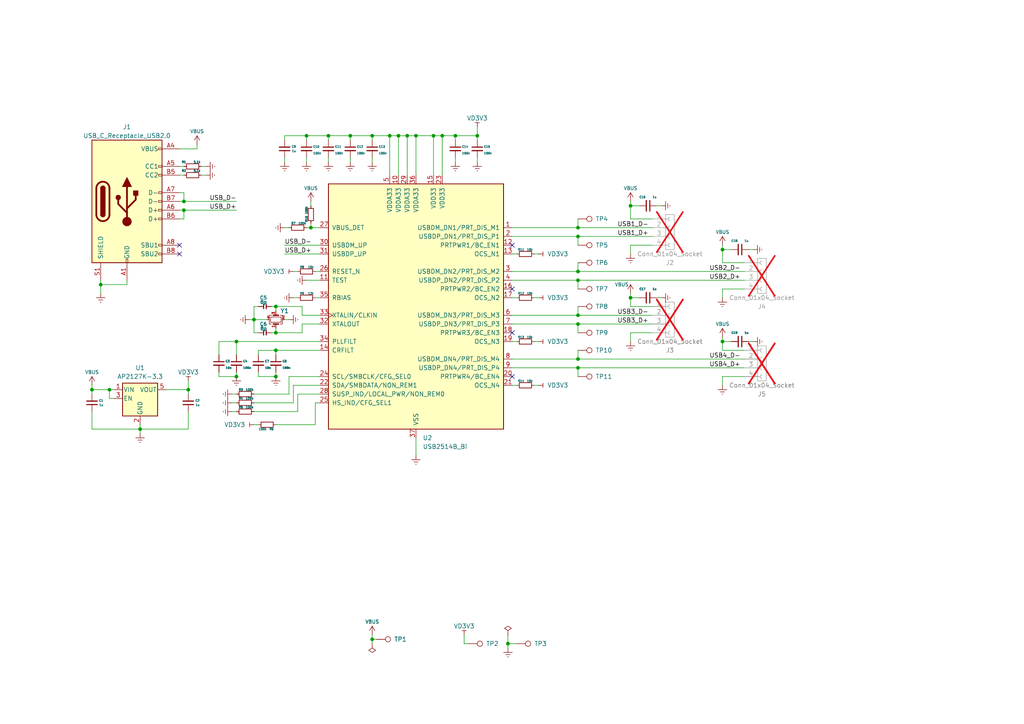
<source format=kicad_sch>
(kicad_sch (version 20230121) (generator eeschema)
  (paper "A4")
  (title_block (date "2023-06-20"))
  (lib_symbols
    (symbol "Connector:Conn_01x04_Socket" (pin_names (offset 1.016) hide)
      (property "Reference" "J4" (at 0 -10.16 0))
      (property "Value" "Conn_01x04_Socket" (at 0 -7.62 0))
      (symbol "Conn_01x04_Socket_1_1"
        (pin passive line (at -5.08 2.54 0) (length 3.81) (name "Pin_1") (number "1"))
        (pin passive line (at -5.08 0 0) (length 3.81) (name "Pin_2") (number "2"))
        (pin passive line (at -5.08 -2.54 0) (length 3.81) (name "Pin_3") (number "3"))
        (pin passive line (at -5.08 -5.08 0) (length 3.81) (name "Pin_4") (number "4"))
      )
    )
    (symbol "Connector:TestPoint" (pin_numbers hide) (pin_names (offset 0.762) hide)
      (property "Reference" "TP" (at 0 6.858 0))
      (property "Value" "TestPoint" (at 0 5.08 0))
      (symbol "TestPoint_1_1"
        (pin passive line (at 0 0 90) (length 2.54) (name "1") (number "1"))
      )
    )
    (symbol "Connector:USB_C_Receptacle_USB2.0" (pin_names (offset 1.016))
      (property "Reference" "J" (at -10.16 19.05 0))
      (property "Value" "USB_C_Receptacle_USB2.0" (at 19.05 19.05 0))
      (symbol "USB_C_Receptacle_USB2.0_1_1"
        (pin passive line (at 0 -22.86 90) (length 5.08) (name "GND") (number "A1"))
        (pin passive line (at 0 -22.86 90) (length 5.08) hide (name "GND") (number "A12"))
        (pin passive line (at 15.24 15.24 180) (length 5.08) (name "VBUS") (number "A4"))
        (pin bidirectional line (at 15.24 10.16 180) (length 5.08) (name "CC1") (number "A5"))
        (pin bidirectional line (at 15.24 -2.54 180) (length 5.08) (name "D+") (number "A6"))
        (pin bidirectional line (at 15.24 2.54 180) (length 5.08) (name "D-") (number "A7"))
        (pin bidirectional line (at 15.24 -12.7 180) (length 5.08) (name "SBU1") (number "A8"))
        (pin passive line (at 15.24 15.24 180) (length 5.08) hide (name "VBUS") (number "A9"))
        (pin passive line (at 0 -22.86 90) (length 5.08) hide (name "GND") (number "B1"))
        (pin passive line (at 0 -22.86 90) (length 5.08) hide (name "GND") (number "B12"))
        (pin passive line (at 15.24 15.24 180) (length 5.08) hide (name "VBUS") (number "B4"))
        (pin bidirectional line (at 15.24 7.62 180) (length 5.08) (name "CC2") (number "B5"))
        (pin bidirectional line (at 15.24 -5.08 180) (length 5.08) (name "D+") (number "B6"))
        (pin bidirectional line (at 15.24 0 180) (length 5.08) (name "D-") (number "B7"))
        (pin bidirectional line (at 15.24 -15.24 180) (length 5.08) (name "SBU2") (number "B8"))
        (pin passive line (at 15.24 15.24 180) (length 5.08) hide (name "VBUS") (number "B9"))
        (pin passive line (at -7.62 -22.86 90) (length 5.08) (name "SHIELD") (number "S1"))
      )
    )
    (symbol "Device:C_Small" (pin_numbers hide) (pin_names (offset 0.254) hide)
      (property "Reference" "C" (at 0.254 1.778 0))
      (property "Value" "C_Small" (at 0.254 -2.032 0))
      (symbol "C_Small_1_1"
        (pin passive line (at 0 2.54 270) (length 2.032) (name "~") (number "1"))
        (pin passive line (at 0 -2.54 90) (length 2.032) (name "~") (number "2"))
      )
    )
    (symbol "Device:Crystal_GND24_Small" (pin_names (offset 1.016) hide)
      (property "Reference" "Y" (at 1.27 4.445 0))
      (property "Value" "Crystal_GND24_Small" (at 1.27 2.54 0))
      (symbol "Crystal_GND24_Small_1_1"
        (pin passive line (at -2.54 0 0) (length 1.27) (name "1") (number "1"))
        (pin passive line (at 0 -2.54 90) (length 0.635) (name "2") (number "2"))
        (pin passive line (at 2.54 0 180) (length 1.27) (name "3") (number "3"))
        (pin passive line (at 0 2.54 270) (length 0.635) (name "4") (number "4"))
      )
    )
    (symbol "Device:R_Small" (pin_numbers hide) (pin_names (offset 0.254) hide)
      (property "Reference" "R" (at 0.762 0.508 0))
      (property "Value" "R_Small" (at 0.762 -1.016 0))
      (symbol "R_Small_1_1"
        (pin passive line (at 0 2.54 270) (length 0.762) (name "~") (number "1"))
        (pin passive line (at 0 -2.54 90) (length 0.762) (name "~") (number "2"))
      )
    )
    (symbol "Interface_USB:USB2514B_Bi" (pin_names (offset 1.016))
      (property "Reference" "U" (at -17.78 40.64 0))
      (property "Value" "USB2514B_Bi" (at -20.32 38.1 0))
      (symbol "USB2514B_Bi_1_1"
        (pin bidirectional line (at 27.94 22.86 180) (length 2.54) (name "USBDM_DN1/PRT_DIS_M1") (number "1"))
        (pin power_in line (at -5.08 38.1 270) (length 2.54) (name "VDDA33") (number "10"))
        (pin input line (at -27.94 7.62 0) (length 2.54) (name "TEST") (number "11"))
        (pin bidirectional line (at 27.94 17.78 180) (length 2.54) (name "PRTPWR1/BC_EN1") (number "12"))
        (pin input line (at 27.94 15.24 180) (length 2.54) (name "OCS_N1") (number "13"))
        (pin input line (at -27.94 -12.7 0) (length 2.54) (name "CRFILT") (number "14"))
        (pin power_in line (at 5.08 38.1 270) (length 2.54) (name "VDD33") (number "15"))
        (pin bidirectional line (at 27.94 5.08 180) (length 2.54) (name "PRTPWR2/BC_EN2") (number "16"))
        (pin input line (at 27.94 2.54 180) (length 2.54) (name "OCS_N2") (number "17"))
        (pin bidirectional line (at 27.94 -7.62 180) (length 2.54) (name "PRTPWR3/BC_EN3") (number "18"))
        (pin input line (at 27.94 -10.16 180) (length 2.54) (name "OCS_N3") (number "19"))
        (pin bidirectional line (at 27.94 20.32 180) (length 2.54) (name "USBDP_DN1/PRT_DIS_P1") (number "2"))
        (pin bidirectional line (at 27.94 -20.32 180) (length 2.54) (name "PRTPWR4/BC_EN4") (number "20"))
        (pin input line (at 27.94 -22.86 180) (length 2.54) (name "OCS_N4") (number "21"))
        (pin bidirectional line (at -27.94 -22.86 0) (length 2.54) (name "SDA/SMBDATA/NON_REM1") (number "22"))
        (pin power_in line (at 7.62 38.1 270) (length 2.54) (name "VDD33") (number "23"))
        (pin bidirectional line (at -27.94 -20.32 0) (length 2.54) (name "SCL/SMBCLK/CFG_SEL0") (number "24"))
        (pin bidirectional line (at -27.94 -27.94 0) (length 2.54) (name "HS_IND/CFG_SEL1") (number "25"))
        (pin input line (at -27.94 10.16 0) (length 2.54) (name "RESET_N") (number "26"))
        (pin input line (at -27.94 22.86 0) (length 2.54) (name "VBUS_DET") (number "27"))
        (pin bidirectional line (at -27.94 -25.4 0) (length 2.54) (name "SUSP_IND/LOCAL_PWR/NON_REM0") (number "28"))
        (pin power_in line (at -2.54 38.1 270) (length 2.54) (name "VDDA33") (number "29"))
        (pin bidirectional line (at 27.94 10.16 180) (length 2.54) (name "USBDM_DN2/PRT_DIS_M2") (number "3"))
        (pin bidirectional line (at -27.94 17.78 0) (length 2.54) (name "USBDM_UP") (number "30"))
        (pin bidirectional line (at -27.94 15.24 0) (length 2.54) (name "USBDP_UP") (number "31"))
        (pin output line (at -27.94 -5.08 0) (length 2.54) (name "XTALOUT") (number "32"))
        (pin input clock (at -27.94 -2.54 0) (length 2.54) (name "XTALIN/CLKIN") (number "33"))
        (pin input line (at -27.94 -10.16 0) (length 2.54) (name "PLLFILT") (number "34"))
        (pin input line (at -27.94 2.54 0) (length 2.54) (name "RBIAS") (number "35"))
        (pin power_in line (at 0 38.1 270) (length 2.54) (name "VDDA33") (number "36"))
        (pin power_in line (at 0 -38.1 90) (length 2.54) (name "VSS") (number "37"))
        (pin bidirectional line (at 27.94 7.62 180) (length 2.54) (name "USBDP_DN2/PRT_DIS_P2") (number "4"))
        (pin power_in line (at -7.62 38.1 270) (length 2.54) (name "VDDA33") (number "5"))
        (pin bidirectional line (at 27.94 -2.54 180) (length 2.54) (name "USBDM_DN3/PRT_DIS_M3") (number "6"))
        (pin bidirectional line (at 27.94 -5.08 180) (length 2.54) (name "USBDP_DN3/PRT_DIS_P3") (number "7"))
        (pin bidirectional line (at 27.94 -15.24 180) (length 2.54) (name "USBDM_DN4/PRT_DIS_M4") (number "8"))
        (pin bidirectional line (at 27.94 -17.78 180) (length 2.54) (name "USBDP_DN4/PRT_DIS_P4") (number "9"))
      )
    )
    (symbol "Regulator_Linear:AP2127K-3.3" (pin_names (offset 0.254))
      (property "Reference" "U" (at -5.08 5.715 0))
      (property "Value" "AP2127K-3.3" (at 0 5.715 0))
      (symbol "AP2127K-3.3_1_1"
        (pin power_in line (at -7.62 2.54 0) (length 2.54) (name "VIN") (number "1"))
        (pin power_in line (at 0 -7.62 90) (length 2.54) (name "GND") (number "2"))
        (pin input line (at -7.62 0 0) (length 2.54) (name "EN") (number "3"))
        (pin no_connect line (at 5.08 0 180) (length 2.54) hide (name "NC") (number "4"))
        (pin power_out line (at 7.62 2.54 180) (length 2.54) (name "VOUT") (number "5"))
      )
    )
    (symbol "XING_6:Cap" (pin_numbers hide) (pin_names (offset 0) hide)
      (property "Reference" "C" (at 2.54 -1.27 0))
      (property "Value" "Cap" (at 2.54 -2.54 0))
      (symbol "Cap_0_0"
        (pin passive line (at 0 0 270) (length 1.4) (name "1") (number "1"))
        (pin passive line (at 0 -3.81 90) (length 1.4) (name "2") (number "2"))
      )
    )
    (symbol "XING_6:VD3V3" (power) (pin_numbers hide) (pin_names (offset 0) hide) (in_bom no) (on_board no)
      (property "Value" "VD3V3" (at 0 1.27 0))
      (symbol "VD3V3_1_1"
        (pin power_in line (at 0 -1.27 90) (length 0) hide (name "VD3V3") (number "1"))
      )
    )
    (symbol "power:Earth" (power) (pin_names (offset 0))
      (symbol "Earth_1_1"
        (pin power_in line (at 0 0 270) (length 0) hide (name "Earth") (number "1"))
      )
    )
    (symbol "power:PWR_FLAG" (power) (pin_numbers hide) (pin_names (offset 0) hide)
      (property "Value" "PWR_FLAG" (at 0 3.81 0))
      (symbol "PWR_FLAG_0_0"
        (pin power_out line (at 0 0 90) (length 0) (name "pwr") (number "1"))
      )
    )
    (symbol "power:VBUS" (power) (pin_names (offset 0))
      (property "Value" "VBUS" (at 0 3.81 0))
      (symbol "VBUS_1_1"
        (pin power_in line (at 0 0 90) (length 0) hide (name "VBUS") (number "1"))
      )
    )
  )
  (junction (at 167.64 106.68))
  (junction (at 182.88 86.36))
  (junction (at 147.32 186.69))
  (junction (at 107.95 39.37))
  (junction (at 115.57 39.37))
  (junction (at 68.58 99.06))
  (junction (at 120.65 39.37))
  (junction (at 167.64 91.44))
  (junction (at 128.27 39.37))
  (junction (at 68.58 109.22))
  (junction (at 53.34 58.42))
  (junction (at 125.73 39.37))
  (junction (at 80.01 96.52))
  (junction (at 113.03 39.37))
  (junction (at 53.34 60.96))
  (junction (at 107.95 185.42))
  (junction (at 167.64 66.04))
  (junction (at 54.61 113.03))
  (junction (at 29.21 82.55))
  (junction (at 101.6 39.37))
  (junction (at 209.55 99.06))
  (junction (at 90.17 66.04))
  (junction (at 167.64 81.28))
  (junction (at 73.66 92.71))
  (junction (at 138.43 39.37))
  (junction (at 80.01 109.22))
  (junction (at 80.01 88.9))
  (junction (at 167.64 78.74))
  (junction (at 209.55 72.39))
  (junction (at 26.67 113.03))
  (junction (at 182.88 59.69))
  (junction (at 31.75 113.03))
  (junction (at 167.64 93.98))
  (junction (at 167.64 68.58))
  (junction (at 88.9 39.37))
  (junction (at 167.64 104.14))
  (junction (at 132.08 39.37))
  (junction (at 95.25 39.37))
  (junction (at 80.01 101.6))
  (junction (at 118.11 39.37))
  (junction (at 40.64 124.46))
  (no_connect (at 148.59 96.52))
  (no_connect (at 148.59 71.12))
  (no_connect (at 52.07 71.12))
  (no_connect (at 148.59 83.82))
  (no_connect (at 148.59 109.22))
  (no_connect (at 52.07 73.66))
  (wire (pts (xy 182.88 59.69) (xy 185.42 59.69)))
  (wire (pts (xy 167.64 68.58) (xy 189.23 68.58)))
  (wire (pts (xy 209.55 99.06) (xy 209.55 101.6)))
  (wire (pts (xy 167.64 104.14) (xy 215.9 104.14)))
  (wire (pts (xy 80.01 109.22) (xy 80.01 107.95)))
  (wire (pts (xy 167.64 106.68) (xy 215.9 106.68)))
  (wire (pts (xy 85.09 111.76) (xy 85.09 116.84)))
  (wire (pts (xy 59.69 50.8) (xy 58.42 50.8)))
  (wire (pts (xy 167.64 93.98) (xy 189.23 93.98)))
  (wire (pts (xy 36.83 81.28) (xy 36.83 82.55)))
  (wire (pts (xy 154.94 99.06) (xy 156.21 99.06)))
  (wire (pts (xy 52.07 48.26) (xy 53.34 48.26)))
  (wire (pts (xy 88.9 46.99) (xy 88.9 45.72)))
  (wire (pts (xy 138.43 36.83) (xy 138.43 39.37)))
  (wire (pts (xy 167.64 81.28) (xy 167.64 83.82)))
  (wire (pts (xy 182.88 88.9) (xy 189.23 88.9)))
  (wire (pts (xy 85.09 111.76) (xy 92.71 111.76)))
  (wire (pts (xy 147.32 184.15) (xy 147.32 186.69)))
  (wire (pts (xy 132.08 39.37) (xy 128.27 39.37)))
  (wire (pts (xy 67.31 114.3) (xy 68.58 114.3)))
  (wire (pts (xy 101.6 39.37) (xy 107.95 39.37)))
  (wire (pts (xy 82.55 39.37) (xy 82.55 40.64)))
  (wire (pts (xy 118.11 39.37) (xy 115.57 39.37)))
  (wire (pts (xy 85.09 78.74) (xy 86.36 78.74)))
  (wire (pts (xy 167.64 76.2) (xy 167.64 78.74)))
  (wire (pts (xy 167.64 88.9) (xy 167.64 91.44)))
  (wire (pts (xy 36.83 82.55) (xy 29.21 82.55)))
  (wire (pts (xy 52.07 50.8) (xy 53.34 50.8)))
  (wire (pts (xy 218.44 99.06) (xy 217.17 99.06)))
  (wire (pts (xy 209.55 109.22) (xy 215.9 109.22)))
  (wire (pts (xy 120.65 50.8) (xy 120.65 39.37)))
  (wire (pts (xy 209.55 83.82) (xy 215.9 83.82)))
  (wire (pts (xy 167.64 93.98) (xy 167.64 96.52)))
  (wire (pts (xy 68.58 99.06) (xy 68.58 102.87)))
  (wire (pts (xy 87.63 93.98) (xy 92.71 93.98)))
  (wire (pts (xy 148.59 111.76) (xy 149.86 111.76)))
  (wire (pts (xy 120.65 39.37) (xy 125.73 39.37)))
  (wire (pts (xy 134.62 186.69) (xy 135.89 186.69)))
  (wire (pts (xy 80.01 101.6) (xy 80.01 102.87)))
  (wire (pts (xy 107.95 40.64) (xy 107.95 39.37)))
  (wire (pts (xy 26.67 119.38) (xy 26.67 124.46)))
  (wire (pts (xy 31.75 113.03) (xy 31.75 115.57)))
  (wire (pts (xy 67.31 116.84) (xy 68.58 116.84)))
  (wire (pts (xy 148.59 99.06) (xy 149.86 99.06)))
  (wire (pts (xy 209.55 101.6) (xy 215.9 101.6)))
  (wire (pts (xy 148.59 66.04) (xy 167.64 66.04)))
  (wire (pts (xy 167.64 68.58) (xy 167.64 71.12)))
  (wire (pts (xy 167.64 101.6) (xy 167.64 104.14)))
  (wire (pts (xy 80.01 96.52) (xy 87.63 96.52)))
  (wire (pts (xy 74.93 88.9) (xy 73.66 88.9)))
  (wire (pts (xy 29.21 82.55) (xy 29.21 85.09)))
  (wire (pts (xy 90.17 66.04) (xy 92.71 66.04)))
  (wire (pts (xy 95.25 39.37) (xy 101.6 39.37)))
  (wire (pts (xy 182.88 59.69) (xy 182.88 63.5)))
  (wire (pts (xy 107.95 185.42) (xy 107.95 184.15)))
  (wire (pts (xy 138.43 40.64) (xy 138.43 39.37)))
  (wire (pts (xy 83.82 109.22) (xy 83.82 114.3)))
  (wire (pts (xy 57.15 41.91) (xy 57.15 43.18)))
  (wire (pts (xy 95.25 40.64) (xy 95.25 39.37)))
  (wire (pts (xy 92.71 109.22) (xy 83.82 109.22)))
  (wire (pts (xy 91.44 86.36) (xy 92.71 86.36)))
  (wire (pts (xy 74.93 123.19) (xy 73.66 123.19)))
  (wire (pts (xy 59.69 48.26) (xy 58.42 48.26)))
  (wire (pts (xy 78.74 96.52) (xy 80.01 96.52)))
  (wire (pts (xy 53.34 60.96) (xy 68.58 60.96)))
  (wire (pts (xy 209.55 99.06) (xy 212.09 99.06)))
  (wire (pts (xy 63.5 109.22) (xy 68.58 109.22)))
  (wire (pts (xy 82.55 39.37) (xy 88.9 39.37)))
  (wire (pts (xy 147.32 186.69) (xy 149.86 186.69)))
  (wire (pts (xy 40.64 124.46) (xy 40.64 125.73)))
  (wire (pts (xy 154.94 86.36) (xy 156.21 86.36)))
  (wire (pts (xy 63.5 99.06) (xy 68.58 99.06)))
  (wire (pts (xy 191.77 59.69) (xy 190.5 59.69)))
  (wire (pts (xy 48.26 113.03) (xy 54.61 113.03)))
  (wire (pts (xy 218.44 72.39) (xy 217.17 72.39)))
  (wire (pts (xy 167.64 63.5) (xy 167.64 66.04)))
  (wire (pts (xy 73.66 116.84) (xy 85.09 116.84)))
  (wire (pts (xy 53.34 63.5) (xy 53.34 60.96)))
  (wire (pts (xy 54.61 113.03) (xy 54.61 114.3)))
  (wire (pts (xy 33.02 115.57) (xy 31.75 115.57)))
  (wire (pts (xy 182.88 71.12) (xy 182.88 73.66)))
  (wire (pts (xy 52.07 58.42) (xy 53.34 58.42)))
  (wire (pts (xy 209.55 72.39) (xy 212.09 72.39)))
  (wire (pts (xy 148.59 68.58) (xy 167.64 68.58)))
  (wire (pts (xy 191.77 86.36) (xy 190.5 86.36)))
  (wire (pts (xy 148.59 104.14) (xy 167.64 104.14)))
  (wire (pts (xy 134.62 184.15) (xy 134.62 186.69)))
  (wire (pts (xy 82.55 71.12) (xy 92.71 71.12)))
  (wire (pts (xy 88.9 66.04) (xy 90.17 66.04)))
  (wire (pts (xy 26.67 111.76) (xy 26.67 113.03)))
  (wire (pts (xy 209.55 109.22) (xy 209.55 111.76)))
  (wire (pts (xy 87.63 96.52) (xy 87.63 93.98)))
  (wire (pts (xy 88.9 40.64) (xy 88.9 39.37)))
  (wire (pts (xy 53.34 55.88) (xy 53.34 58.42)))
  (wire (pts (xy 113.03 39.37) (xy 113.03 50.8)))
  (wire (pts (xy 132.08 46.99) (xy 132.08 45.72)))
  (wire (pts (xy 90.17 58.42) (xy 90.17 59.69)))
  (wire (pts (xy 31.75 113.03) (xy 33.02 113.03)))
  (wire (pts (xy 148.59 73.66) (xy 149.86 73.66)))
  (wire (pts (xy 107.95 39.37) (xy 113.03 39.37)))
  (wire (pts (xy 128.27 39.37) (xy 125.73 39.37)))
  (wire (pts (xy 128.27 50.8) (xy 128.27 39.37)))
  (wire (pts (xy 82.55 66.04) (xy 83.82 66.04)))
  (wire (pts (xy 209.55 71.12) (xy 209.55 72.39)))
  (wire (pts (xy 54.61 124.46) (xy 40.64 124.46)))
  (wire (pts (xy 167.64 81.28) (xy 215.9 81.28)))
  (wire (pts (xy 52.07 55.88) (xy 53.34 55.88)))
  (wire (pts (xy 182.88 96.52) (xy 182.88 99.06)))
  (wire (pts (xy 87.63 91.44) (xy 92.71 91.44)))
  (wire (pts (xy 91.44 78.74) (xy 92.71 78.74)))
  (wire (pts (xy 74.93 107.95) (xy 74.93 109.22)))
  (wire (pts (xy 63.5 99.06) (xy 63.5 102.87)))
  (wire (pts (xy 209.55 97.79) (xy 209.55 99.06)))
  (wire (pts (xy 92.71 116.84) (xy 91.44 116.84)))
  (wire (pts (xy 74.93 101.6) (xy 74.93 102.87)))
  (wire (pts (xy 120.65 132.08) (xy 120.65 127)))
  (wire (pts (xy 85.09 86.36) (xy 86.36 86.36)))
  (wire (pts (xy 148.59 91.44) (xy 167.64 91.44)))
  (wire (pts (xy 83.82 92.71) (xy 82.55 92.71)))
  (wire (pts (xy 74.93 101.6) (xy 80.01 101.6)))
  (wire (pts (xy 138.43 39.37) (xy 132.08 39.37)))
  (wire (pts (xy 209.55 76.2) (xy 215.9 76.2)))
  (wire (pts (xy 87.63 88.9) (xy 87.63 91.44)))
  (wire (pts (xy 115.57 50.8) (xy 115.57 39.37)))
  (wire (pts (xy 63.5 107.95) (xy 63.5 109.22)))
  (wire (pts (xy 138.43 46.99) (xy 138.43 45.72)))
  (wire (pts (xy 182.88 71.12) (xy 189.23 71.12)))
  (wire (pts (xy 80.01 95.25) (xy 80.01 96.52)))
  (wire (pts (xy 73.66 92.71) (xy 77.47 92.71)))
  (wire (pts (xy 86.36 119.38) (xy 73.66 119.38)))
  (wire (pts (xy 167.64 91.44) (xy 189.23 91.44)))
  (wire (pts (xy 74.93 109.22) (xy 80.01 109.22)))
  (wire (pts (xy 101.6 46.99) (xy 101.6 45.72)))
  (wire (pts (xy 40.64 123.19) (xy 40.64 124.46)))
  (wire (pts (xy 118.11 50.8) (xy 118.11 39.37)))
  (wire (pts (xy 209.55 83.82) (xy 209.55 86.36)))
  (wire (pts (xy 52.07 63.5) (xy 53.34 63.5)))
  (wire (pts (xy 182.88 58.42) (xy 182.88 59.69)))
  (wire (pts (xy 52.07 43.18) (xy 57.15 43.18)))
  (wire (pts (xy 125.73 50.8) (xy 125.73 39.37)))
  (wire (pts (xy 82.55 73.66) (xy 92.71 73.66)))
  (wire (pts (xy 167.64 66.04) (xy 189.23 66.04)))
  (wire (pts (xy 115.57 39.37) (xy 113.03 39.37)))
  (wire (pts (xy 154.94 111.76) (xy 156.21 111.76)))
  (wire (pts (xy 90.17 64.77) (xy 90.17 66.04)))
  (wire (pts (xy 80.01 90.17) (xy 80.01 88.9)))
  (wire (pts (xy 52.07 60.96) (xy 53.34 60.96)))
  (wire (pts (xy 72.39 92.71) (xy 73.66 92.71)))
  (wire (pts (xy 132.08 40.64) (xy 132.08 39.37)))
  (wire (pts (xy 182.88 86.36) (xy 185.42 86.36)))
  (wire (pts (xy 92.71 114.3) (xy 86.36 114.3)))
  (wire (pts (xy 182.88 86.36) (xy 182.88 88.9)))
  (wire (pts (xy 29.21 81.28) (xy 29.21 82.55)))
  (wire (pts (xy 26.67 124.46) (xy 40.64 124.46)))
  (wire (pts (xy 54.61 119.38) (xy 54.61 124.46)))
  (wire (pts (xy 53.34 58.42) (xy 68.58 58.42)))
  (wire (pts (xy 88.9 39.37) (xy 95.25 39.37)))
  (wire (pts (xy 80.01 123.19) (xy 91.44 123.19)))
  (wire (pts (xy 107.95 185.42) (xy 109.22 185.42)))
  (wire (pts (xy 73.66 92.71) (xy 73.66 96.52)))
  (wire (pts (xy 148.59 93.98) (xy 167.64 93.98)))
  (wire (pts (xy 91.44 123.19) (xy 91.44 116.84)))
  (wire (pts (xy 148.59 81.28) (xy 167.64 81.28)))
  (wire (pts (xy 147.32 187.96) (xy 147.32 186.69)))
  (wire (pts (xy 182.88 63.5) (xy 189.23 63.5)))
  (wire (pts (xy 92.71 101.6) (xy 80.01 101.6)))
  (wire (pts (xy 74.93 96.52) (xy 73.66 96.52)))
  (wire (pts (xy 167.64 78.74) (xy 215.9 78.74)))
  (wire (pts (xy 67.31 119.38) (xy 68.58 119.38)))
  (wire (pts (xy 148.59 86.36) (xy 149.86 86.36)))
  (wire (pts (xy 26.67 113.03) (xy 26.67 114.3)))
  (wire (pts (xy 73.66 114.3) (xy 83.82 114.3)))
  (wire (pts (xy 154.94 73.66) (xy 156.21 73.66)))
  (wire (pts (xy 86.36 114.3) (xy 86.36 119.38)))
  (wire (pts (xy 182.88 96.52) (xy 189.23 96.52)))
  (wire (pts (xy 78.74 88.9) (xy 80.01 88.9)))
  (wire (pts (xy 107.95 46.99) (xy 107.95 45.72)))
  (wire (pts (xy 148.59 78.74) (xy 167.64 78.74)))
  (wire (pts (xy 107.95 186.69) (xy 107.95 185.42)))
  (wire (pts (xy 209.55 72.39) (xy 209.55 76.2)))
  (wire (pts (xy 92.71 99.06) (xy 68.58 99.06)))
  (wire (pts (xy 82.55 45.72) (xy 82.55 46.99)))
  (wire (pts (xy 95.25 46.99) (xy 95.25 45.72)))
  (wire (pts (xy 120.65 39.37) (xy 118.11 39.37)))
  (wire (pts (xy 54.61 110.49) (xy 54.61 113.03)))
  (wire (pts (xy 88.9 81.28) (xy 92.71 81.28)))
  (wire (pts (xy 68.58 109.22) (xy 68.58 107.95)))
  (wire (pts (xy 26.67 113.03) (xy 31.75 113.03)))
  (wire (pts (xy 80.01 88.9) (xy 87.63 88.9)))
  (wire (pts (xy 148.59 106.68) (xy 167.64 106.68)))
  (wire (pts (xy 167.64 106.68) (xy 167.64 109.22)))
  (wire (pts (xy 101.6 40.64) (xy 101.6 39.37)))
  (wire (pts (xy 182.88 85.09) (xy 182.88 86.36)))
  (wire (pts (xy 73.66 88.9) (xy 73.66 92.71)))
  (label "USB3_D+" (at 179.07 93.98 0))
  (label "USB4_D-" (at 205.74 104.14 0))
  (label "USB1_D-" (at 179.07 66.04 0))
  (label "USB1_D+" (at 179.07 68.58 0))
  (label "USB2_D+" (at 205.74 81.28 0))
  (label "USB2_D-" (at 205.74 78.74 0))
  (label "USB_D+" (at 68.58 60.96 180))
  (label "USB_D-" (at 82.55 71.12 0))
  (label "USB_D-" (at 68.58 58.42 180))
  (label "USB_D+" (at 82.55 73.66 0))
  (label "USB3_D-" (at 179.07 91.44 0))
  (label "USB4_D+" (at 205.74 106.68 0))
  (symbol (lib_id "Connector:Conn_01x04_Socket") (at 194.31 91.44 0) (unit 1) (dnp yes)
    (property "Reference" "J3" (at 194.31 101.6 0))
    (property "Value" "Conn_01x04_Socket" (at 194.31 99.06 0))
    (property "Footprint" "0_terry:USB_snowflake" (effects hide))
    (property "PN" "Conn_01x04_Socket" (effects hide))
    (property "LCSC" "N/A" (effects hide))
    (property "Mfr" "N/A" (effects hide))
  )
  (symbol (lib_id "power:Earth") (at 67.31 114.3 270) (mirror x) (unit 1)
    (property "Reference" "#PWR08" (effects hide))
    (property "Value" "GND" (effects hide))
  )
  (symbol (lib_id "Device:R_Small") (at 71.12 119.38 90) (unit 1)
    (property "Reference" "R5" (at 69.85 118.11 90) (effects (font (size 0.6 0.6))))
    (property "Value" "100k" (at 72.39 118.11 90) (effects (font (size 0.6 0.6))))
    (property "Footprint" "Resistor_SMD:R_0603_1608Metric" (effects hide))
    (property "PN" "RC0603FR-07100KL" (effects hide))
    (property "LCSC" "C14675" (effects hide))
    (property "Mfr" "Yageo" (effects hide))
  )
  (symbol (lib_id "Device:C_Small") (at 187.96 86.36 270) (unit 1)
    (property "Reference" "C17" (at 185.42 83.82 90) (effects (font (size 0.6 0.6)) (justify left)))
    (property "Value" "1u" (at 189.23 83.82 90) (effects (font (size 0.6 0.6)) (justify left)))
    (property "Footprint" "Capacitor_SMD:C_0603_1608Metric" (effects hide))
    (property "PN" "AC0603KRX7R8BB105" (effects hide))
    (property "LCSC" "C726560" (effects hide))
    (property "V" "25v" (effects hide))
    (property "Mfr" "Yageo" (effects hide))
  )
  (symbol (lib_id "Connector:TestPoint") (at 167.64 83.82 270) (unit 1) (in_bom no)
    (property "Reference" "TP7" (at 172.72 83.82 90) (effects (justify left)))
    (property "Value" "TestPoint" (effects hide))
    (property "Footprint" "TestPoint:TestPoint_Pad_D1.0mm" (effects hide))
    (property "LCSC" "N/A" (effects hide))
    (property "Mfr" "N/A" (effects hide))
    (property "PN" "N/A" (effects hide))
  )
  (symbol (lib_id "power:Earth") (at 59.69 48.26 90) (unit 1)
    (property "Reference" "#PWR06" (effects hide))
    (property "Value" "GND" (effects hide))
  )
  (symbol (lib_id "power:Earth") (at 101.6 46.99 0) (mirror y) (unit 1)
    (property "Reference" "#PWR024" (effects hide))
    (property "Value" "GND" (effects hide))
  )
  (symbol (lib_id "Device:C_Small") (at 107.95 43.18 0) (unit 1)
    (property "Reference" "C13" (at 109.855 42.545 0) (effects (font (size 0.6 0.6)) (justify left)))
    (property "Value" "100n" (at 109.855 44.45 0) (effects (font (size 0.6 0.6)) (justify left)))
    (property "Footprint" "Capacitor_SMD:C_0603_1608Metric" (effects hide))
    (property "PN" "AC0603KRX7R9BB104" (effects hide))
    (property "LCSC" "C149620" (effects hide))
    (property "V" "50V" (effects hide))
    (property "Mfr" "Yageo" (effects hide))
  )
  (symbol (lib_id "XING_6:VD3V3") (at 157.48 86.36 270) (unit 1) (in_bom no) (on_board no)
    (property "Reference" "#PWR034" (effects hide))
    (property "Value" "VD3V3" (at 158.75 86.36 90) (effects (justify left)))
  )
  (symbol (lib_id "Connector:TestPoint") (at 149.86 186.69 270) (unit 1) (in_bom no)
    (property "Reference" "TP3" (at 154.94 186.69 90) (effects (justify left)))
    (property "Value" "TestPoint" (effects hide))
    (property "Footprint" "TestPoint:TestPoint_Pad_D1.0mm" (effects hide))
    (property "LCSC" "N/A" (effects hide))
    (property "Mfr" "N/A" (effects hide))
    (property "PN" "N/A" (effects hide))
  )
  (symbol (lib_id "power:Earth") (at 138.43 46.99 0) (mirror y) (unit 1)
    (property "Reference" "#PWR031" (effects hide))
    (property "Value" "GND" (effects hide))
  )
  (symbol (lib_id "Device:R_Small") (at 77.47 123.19 270) (unit 1)
    (property "Reference" "R6" (at 78.74 124.46 90) (effects (font (size 0.6 0.6))))
    (property "Value" "100k" (at 76.2 124.46 90) (effects (font (size 0.6 0.6))))
    (property "Footprint" "Resistor_SMD:R_0603_1608Metric" (effects hide))
    (property "PN" "RC0603FR-07100KL" (effects hide))
    (property "LCSC" "C14675" (effects hide))
    (property "Mfr" "Yageo" (effects hide))
  )
  (symbol (lib_id "Connector:Conn_01x04_Socket") (at 220.98 78.74 0) (unit 1) (dnp yes)
    (property "Reference" "J4" (at 220.98 88.9 0))
    (property "Value" "Conn_01x04_Socket" (at 220.98 86.36 0))
    (property "Footprint" "0_terry:USB_snowflake" (effects hide))
    (property "PN" "Conn_01x04_Socket" (effects hide))
    (property "LCSC" "N/A" (effects hide))
    (property "Mfr" "N/A" (effects hide))
  )
  (symbol (lib_id "power:VBUS") (at 107.95 184.15 0) (unit 1)
    (property "Reference" "#PWR026" (effects hide))
    (property "Value" "VUSB" (at 107.95 180.34 0) (effects (font (size 1 1))))
  )
  (symbol (lib_id "Device:C_Small") (at 68.58 105.41 0) (unit 1)
    (property "Reference" "C4" (at 70.485 104.775 0) (effects (font (size 0.6 0.6)) (justify left)))
    (property "Value" "100n" (at 70.485 106.68 0) (effects (font (size 0.6 0.6)) (justify left)))
    (property "Footprint" "Capacitor_SMD:C_0603_1608Metric" (effects hide))
    (property "PN" "AC0603KRX7R9BB104" (effects hide))
    (property "LCSC" "C149620" (effects hide))
    (property "V" "50V" (effects hide))
    (property "Mfr" "Yageo" (effects hide))
  )
  (symbol (lib_id "Device:Crystal_GND24_Small") (at 80.01 92.71 90) (unit 1)
    (property "Reference" "Y1" (at 82.55 90.17 90))
    (property "Value" "7U24000E08UCG" (effects hide))
    (property "Footprint" "Crystal:Crystal_SMD_3225-4Pin_3.2x2.5mm" (effects hide))
    (property "Datasheet" "https://datasheet.lcsc.com/lcsc/2207271530_SJK-SHENZHEN-CRYSTAL-TECH-7U24000E08UCG_C524739.pdf" (effects hide))
    (property "LCSC" "C524739" (effects hide))
    (property "Mfr" "SJK" (effects hide))
    (property "PN" "7U24000E08UCG" (effects hide))
  )
  (symbol (lib_id "Connector:TestPoint") (at 167.64 63.5 270) (unit 1) (in_bom no)
    (property "Reference" "TP4" (at 172.72 63.5 90) (effects (justify left)))
    (property "Value" "TestPoint" (effects hide))
    (property "Footprint" "TestPoint:TestPoint_Pad_D1.0mm" (effects hide))
    (property "LCSC" "N/A" (effects hide))
    (property "Mfr" "N/A" (effects hide))
    (property "PN" "N/A" (effects hide))
  )
  (symbol (lib_id "XING_6:Cap") (at 74.93 96.52 90) (unit 1)
    (property "Reference" "C6" (at 77.47 93.98 90) (effects (font (size 1 1)) (justify left)))
    (property "Value" "8p" (at 77.47 95.25 90) (effects (font (size 1 1)) (justify left)))
    (property "Footprint" "Capacitor_SMD:C_0603_1608Metric" (effects hide))
    (property "Datasheet" "https://datasheet.lcsc.com/lcsc/2105241335_YAGEO-AC0603DRNPO9BN8R0_C726543.pdf" (effects hide))
    (property "PN" "AC0603DRNPO9BN8R0" (effects hide))
    (property "LCSC" "C726543" (effects hide))
    (property "Mfr" "Yageo" (effects hide))
  )
  (symbol (lib_id "power:Earth") (at 68.58 109.22 0) (unit 1)
    (property "Reference" "#PWR011" (effects hide))
    (property "Value" "GND" (effects hide))
  )
  (symbol (lib_id "XING_6:VD3V3") (at 72.39 123.19 90) (unit 1) (in_bom no) (on_board no)
    (property "Reference" "#PWR013" (effects hide))
    (property "Value" "VD3V3" (at 71.12 123.19 90) (effects (justify left)))
  )
  (symbol (lib_id "Connector:TestPoint") (at 167.64 109.22 270) (unit 1) (in_bom no)
    (property "Reference" "TP11" (at 172.72 109.22 90) (effects (justify left)))
    (property "Value" "TestPoint" (effects hide))
    (property "Footprint" "TestPoint:TestPoint_Pad_D1.0mm" (effects hide))
    (property "LCSC" "N/A" (effects hide))
    (property "Mfr" "N/A" (effects hide))
    (property "PN" "N/A" (effects hide))
  )
  (symbol (lib_id "Device:C_Small") (at 214.63 72.39 270) (unit 1)
    (property "Reference" "C18" (at 212.09 69.85 90) (effects (font (size 0.6 0.6)) (justify left)))
    (property "Value" "1u" (at 215.9 69.85 90) (effects (font (size 0.6 0.6)) (justify left)))
    (property "Footprint" "Capacitor_SMD:C_0603_1608Metric" (effects hide))
    (property "PN" "AC0603KRX7R8BB105" (effects hide))
    (property "LCSC" "C726560" (effects hide))
    (property "V" "25v" (effects hide))
    (property "Mfr" "Yageo" (effects hide))
  )
  (symbol (lib_id "power:Earth") (at 107.95 46.99 0) (mirror y) (unit 1)
    (property "Reference" "#PWR025" (effects hide))
    (property "Value" "GND" (effects hide))
  )
  (symbol (lib_id "power:PWR_FLAG") (at 107.95 186.69 180) (unit 1)
    (property "Reference" "#FLG01" (effects hide))
    (property "Value" "PWR_FLAG" (effects hide))
  )
  (symbol (lib_id "power:Earth") (at 67.31 116.84 270) (mirror x) (unit 1)
    (property "Reference" "#PWR09" (effects hide))
    (property "Value" "GND" (effects hide))
  )
  (symbol (lib_id "Connector:TestPoint") (at 167.64 101.6 270) (unit 1) (in_bom no)
    (property "Reference" "TP10" (at 172.72 101.6 90) (effects (justify left)))
    (property "Value" "TestPoint" (effects hide))
    (property "Footprint" "TestPoint:TestPoint_Pad_D1.0mm" (effects hide))
    (property "LCSC" "N/A" (effects hide))
    (property "Mfr" "N/A" (effects hide))
    (property "PN" "N/A" (effects hide))
  )
  (symbol (lib_id "Device:C_Small") (at 138.43 43.18 0) (unit 1)
    (property "Reference" "C15" (at 140.335 42.545 0) (effects (font (size 0.6 0.6)) (justify left)))
    (property "Value" "100n" (at 140.335 44.45 0) (effects (font (size 0.6 0.6)) (justify left)))
    (property "Footprint" "Capacitor_SMD:C_0603_1608Metric" (effects hide))
    (property "PN" "AC0603KRX7R9BB104" (effects hide))
    (property "LCSC" "C149620" (effects hide))
    (property "V" "50V" (effects hide))
    (property "Mfr" "Yageo" (effects hide))
  )
  (symbol (lib_id "Device:R_Small") (at 152.4 99.06 90) (unit 1)
    (property "Reference" "R13" (at 151.13 97.79 90) (effects (font (size 0.6 0.6))))
    (property "Value" "10k" (at 153.67 97.79 90) (effects (font (size 0.6 0.6))))
    (property "Footprint" "Resistor_SMD:R_0603_1608Metric" (effects hide))
    (property "PN" "RC0603FR-0710KL" (effects hide))
    (property "LCSC" "C98220" (effects hide))
    (property "Mfr" "Yageo" (effects hide))
  )
  (symbol (lib_id "power:VBUS") (at 209.55 97.79 0) (mirror y) (unit 1)
    (property "Reference" "#PWR045" (effects hide))
    (property "Value" "VUSB" (at 209.55 93.98 0) (effects (font (size 1 1))))
  )
  (symbol (lib_id "power:VBUS") (at 182.88 85.09 0) (mirror y) (unit 1)
    (property "Reference" "#PWR039" (effects hide))
    (property "Value" "VUSB" (at 180.34 82.55 0) (effects (font (size 1 1))))
  )
  (symbol (lib_id "Device:R_Small") (at 86.36 66.04 90) (unit 1)
    (property "Reference" "R7" (at 85.09 64.77 90) (effects (font (size 0.6 0.6))))
    (property "Value" "100k" (at 87.63 64.77 90) (effects (font (size 0.6 0.6))))
    (property "Footprint" "Resistor_SMD:R_0603_1608Metric" (effects hide))
    (property "PN" "RC0603FR-07100KL" (effects hide))
    (property "LCSC" "C14675" (effects hide))
    (property "Mfr" "Yageo" (effects hide))
  )
  (symbol (lib_id "XING_6:VD3V3") (at 157.48 99.06 270) (unit 1) (in_bom no) (on_board no)
    (property "Reference" "#PWR035" (effects hide))
    (property "Value" "VD3V3" (at 158.75 99.06 90) (effects (justify left)))
  )
  (symbol (lib_id "power:Earth") (at 83.82 92.71 90) (unit 1)
    (property "Reference" "#PWR018" (effects hide))
    (property "Value" "GND" (effects hide))
  )
  (symbol (lib_id "Connector:USB_C_Receptacle_USB2.0") (at 36.83 58.42 0) (unit 1)
    (property "Reference" "J1" (at 36.83 36.83 0))
    (property "Value" "USB_C_Receptacle_USB2.0" (at 36.83 39.37 0))
    (property "Footprint" "0_terry:USB_C_Receptacle_XKB_U262-16XN-4BVC11" (effects hide))
    (property "Datasheet" "https://www.helloxkb.com/Home/Goods/goodsInfo/id/4309.html" (effects hide))
    (property "LCSC" "C319148" (effects hide))
    (property "PN" "U262-161N-4BVC11" (effects hide))
    (property "Mfr" "XKB" (effects hide))
  )
  (symbol (lib_id "power:VBUS") (at 90.17 58.42 0) (unit 1)
    (property "Reference" "#PWR022" (effects hide))
    (property "Value" "VUSB" (at 90.17 54.61 0) (effects (font (size 1 1))))
  )
  (symbol (lib_id "Device:C_Small") (at 54.61 116.84 180) (unit 1)
    (property "Reference" "C2" (at 57.9214 116.1874 0) (effects (font (size 0.6 0.6)) (justify left)))
    (property "Value" "1u" (at 57.9214 117.4574 0) (effects (font (size 0.6 0.6)) (justify left)))
    (property "Footprint" "Capacitor_SMD:C_0603_1608Metric" (effects hide))
    (property "PN" "AC0603KRX7R8BB105" (effects hide))
    (property "LCSC" "C726560" (effects hide))
    (property "V" "25v" (effects hide))
    (property "Mfr" "Yageo" (effects hide))
  )
  (symbol (lib_id "power:Earth") (at 59.69 50.8 90) (unit 1)
    (property "Reference" "#PWR07" (effects hide))
    (property "Value" "GND" (effects hide))
  )
  (symbol (lib_id "XING_6:VD3V3") (at 83.82 78.74 90) (unit 1) (in_bom no) (on_board no)
    (property "Reference" "#PWR017" (effects hide))
    (property "Value" "VD3V3" (at 82.55 78.74 90) (effects (justify left)))
  )
  (symbol (lib_id "Device:C_Small") (at 187.96 59.69 270) (unit 1)
    (property "Reference" "C16" (at 185.42 57.15 90) (effects (font (size 0.6 0.6)) (justify left)))
    (property "Value" "1u" (at 189.23 57.15 90) (effects (font (size 0.6 0.6)) (justify left)))
    (property "Footprint" "Capacitor_SMD:C_0603_1608Metric" (effects hide))
    (property "PN" "AC0603KRX7R8BB105" (effects hide))
    (property "LCSC" "C726560" (effects hide))
    (property "V" "25v" (effects hide))
    (property "Mfr" "Yageo" (effects hide))
  )
  (symbol (lib_id "XING_6:VD3V3") (at 157.48 73.66 270) (unit 1) (in_bom no) (on_board no)
    (property "Reference" "#PWR033" (effects hide))
    (property "Value" "VD3V3" (at 158.75 73.66 90) (effects (justify left)))
  )
  (symbol (lib_id "XING_6:VD3V3") (at 134.62 182.88 0) (unit 1) (in_bom no) (on_board no)
    (property "Reference" "#PWR029" (effects hide))
    (property "Value" "VD3V3" (at 134.62 181.61 0))
  )
  (symbol (lib_id "Connector:TestPoint") (at 167.64 76.2 270) (unit 1) (in_bom no)
    (property "Reference" "TP6" (at 172.72 76.2 90) (effects (justify left)))
    (property "Value" "TestPoint" (effects hide))
    (property "Footprint" "TestPoint:TestPoint_Pad_D1.0mm" (effects hide))
    (property "LCSC" "N/A" (effects hide))
    (property "Mfr" "N/A" (effects hide))
    (property "PN" "N/A" (effects hide))
  )
  (symbol (lib_id "Device:R_Small") (at 71.12 116.84 90) (unit 1)
    (property "Reference" "R4" (at 69.85 115.57 90) (effects (font (size 0.6 0.6))))
    (property "Value" "100k" (at 72.39 115.57 90) (effects (font (size 0.6 0.6))))
    (property "Footprint" "Resistor_SMD:R_0603_1608Metric" (effects hide))
    (property "PN" "RC0603FR-07100KL" (effects hide))
    (property "LCSC" "C14675" (effects hide))
    (property "Mfr" "Yageo" (effects hide))
  )
  (symbol (lib_id "power:Earth") (at 40.64 125.73 0) (unit 1)
    (property "Reference" "#PWR03" (effects hide))
    (property "Value" "GND" (effects hide))
  )
  (symbol (lib_id "power:VBUS") (at 57.15 41.91 0) (unit 1)
    (property "Reference" "#PWR05" (effects hide))
    (property "Value" "VUSB" (at 57.15 38.1 0) (effects (font (size 1 1))))
  )
  (symbol (lib_id "power:Earth") (at 80.01 109.22 0) (unit 1)
    (property "Reference" "#PWR014" (effects hide))
    (property "Value" "GND" (effects hide))
  )
  (symbol (lib_id "Device:C_Small") (at 214.63 99.06 270) (unit 1)
    (property "Reference" "C19" (at 212.09 96.52 90) (effects (font (size 0.6 0.6)) (justify left)))
    (property "Value" "1u" (at 215.9 96.52 90) (effects (font (size 0.6 0.6)) (justify left)))
    (property "Footprint" "Capacitor_SMD:C_0603_1608Metric" (effects hide))
    (property "PN" "AC0603KRX7R8BB105" (effects hide))
    (property "LCSC" "C726560" (effects hide))
    (property "V" "25v" (effects hide))
    (property "Mfr" "Yageo" (effects hide))
  )
  (symbol (lib_id "Connector:TestPoint") (at 109.22 185.42 270) (unit 1) (in_bom no)
    (property "Reference" "TP1" (at 114.3 185.42 90) (effects (justify left)))
    (property "Value" "TestPoint" (effects hide))
    (property "Footprint" "TestPoint:TestPoint_Pad_D1.0mm" (effects hide))
    (property "LCSC" "N/A" (effects hide))
    (property "Mfr" "N/A" (effects hide))
    (property "PN" "N/A" (effects hide))
  )
  (symbol (lib_id "Device:C_Small") (at 26.67 116.84 180) (unit 1)
    (property "Reference" "C1" (at 29.9814 116.1874 0) (effects (font (size 0.6 0.6)) (justify left)))
    (property "Value" "1u" (at 29.9814 117.4574 0) (effects (font (size 0.6 0.6)) (justify left)))
    (property "Footprint" "Capacitor_SMD:C_0603_1608Metric" (effects hide))
    (property "PN" "AC0603KRX7R8BB105" (effects hide))
    (property "LCSC" "C726560" (effects hide))
    (property "V" "25v" (effects hide))
    (property "Mfr" "Yageo" (effects hide))
  )
  (symbol (lib_id "power:Earth") (at 218.44 99.06 90) (mirror x) (unit 1)
    (property "Reference" "#PWR048" (effects hide))
    (property "Value" "GND" (effects hide))
  )
  (symbol (lib_id "power:Earth") (at 95.25 46.99 0) (mirror y) (unit 1)
    (property "Reference" "#PWR023" (effects hide))
    (property "Value" "GND" (effects hide))
  )
  (symbol (lib_id "power:Earth") (at 147.32 187.96 0) (unit 1)
    (property "Reference" "#PWR032" (effects hide))
    (property "Value" "GND" (effects hide))
  )
  (symbol (lib_id "power:VBUS") (at 182.88 58.42 0) (mirror y) (unit 1)
    (property "Reference" "#PWR037" (effects hide))
    (property "Value" "VUSB" (at 182.88 54.61 0) (effects (font (size 1 1))))
  )
  (symbol (lib_id "power:VBUS") (at 26.67 111.76 0) (unit 1)
    (property "Reference" "#PWR01" (effects hide))
    (property "Value" "VUSB" (at 26.67 107.95 0) (effects (font (size 1 1))))
  )
  (symbol (lib_id "Device:R_Small") (at 88.9 78.74 90) (unit 1)
    (property "Reference" "R8" (at 87.63 77.47 90) (effects (font (size 0.6 0.6))))
    (property "Value" "10k" (at 90.17 77.47 90) (effects (font (size 0.6 0.6))))
    (property "Footprint" "Resistor_SMD:R_0603_1608Metric" (effects hide))
    (property "PN" "RC0603FR-0710KL" (effects hide))
    (property "LCSC" "C98220" (effects hide))
    (property "Mfr" "Yageo" (effects hide))
  )
  (symbol (lib_id "power:Earth") (at 120.65 132.08 0) (mirror y) (unit 1)
    (property "Reference" "#PWR027" (effects hide))
    (property "Value" "GND" (effects hide))
  )
  (symbol (lib_id "Device:C_Small") (at 88.9 43.18 0) (unit 1)
    (property "Reference" "C10" (at 90.805 42.545 0) (effects (font (size 0.6 0.6)) (justify left)))
    (property "Value" "100n" (at 90.805 44.45 0) (effects (font (size 0.6 0.6)) (justify left)))
    (property "Footprint" "Capacitor_SMD:C_0603_1608Metric" (effects hide))
    (property "PN" "AC0603KRX7R9BB104" (effects hide))
    (property "LCSC" "C149620" (effects hide))
    (property "V" "50V" (effects hide))
    (property "Mfr" "Yageo" (effects hide))
  )
  (symbol (lib_id "power:Earth") (at 132.08 46.99 0) (mirror y) (unit 1)
    (property "Reference" "#PWR028" (effects hide))
    (property "Value" "GND" (effects hide))
  )
  (symbol (lib_id "Connector:TestPoint") (at 167.64 88.9 270) (unit 1) (in_bom no)
    (property "Reference" "TP8" (at 172.72 88.9 90) (effects (justify left)))
    (property "Value" "TestPoint" (effects hide))
    (property "Footprint" "TestPoint:TestPoint_Pad_D1.0mm" (effects hide))
    (property "LCSC" "N/A" (effects hide))
    (property "Mfr" "N/A" (effects hide))
    (property "PN" "N/A" (effects hide))
  )
  (symbol (lib_id "power:Earth") (at 209.55 111.76 0) (mirror y) (unit 1)
    (property "Reference" "#PWR046" (effects hide))
    (property "Value" "GND" (effects hide))
  )
  (symbol (lib_id "Device:C_Small") (at 63.5 105.41 0) (unit 1)
    (property "Reference" "C3" (at 65.405 104.775 0) (effects (font (size 0.6 0.6)) (justify left)))
    (property "Value" "10n" (at 65.405 106.68 0) (effects (font (size 0.6 0.6)) (justify left)))
    (property "Footprint" "Capacitor_SMD:C_0603_1608Metric" (effects hide))
    (property "PN" "AC0603KRX7R9BB103" (effects hide))
    (property "LCSC" "C149618" (effects hide))
    (property "V" "50V" (effects hide))
    (property "Mfr" "Yageo" (effects hide))
  )
  (symbol (lib_id "XING_6:Cap") (at 74.93 88.9 90) (unit 1)
    (property "Reference" "C5" (at 77.47 86.36 90) (effects (font (size 1 1)) (justify left)))
    (property "Value" "8p" (at 77.47 87.63 90) (effects (font (size 1 1)) (justify left)))
    (property "Footprint" "Capacitor_SMD:C_0603_1608Metric" (effects hide))
    (property "Datasheet" "https://datasheet.lcsc.com/lcsc/2105241335_YAGEO-AC0603DRNPO9BN8R0_C726543.pdf" (effects hide))
    (property "PN" "AC0603DRNPO9BN8R0" (effects hide))
    (property "LCSC" "C726543" (effects hide))
    (property "Mfr" "Yageo" (effects hide))
  )
  (symbol (lib_id "power:Earth") (at 88.9 46.99 0) (mirror y) (unit 1)
    (property "Reference" "#PWR020" (effects hide))
    (property "Value" "GND" (effects hide))
  )
  (symbol (lib_id "Connector:TestPoint") (at 167.64 71.12 270) (unit 1) (in_bom no)
    (property "Reference" "TP5" (at 172.72 71.12 90) (effects (justify left)))
    (property "Value" "TestPoint" (effects hide))
    (property "Footprint" "TestPoint:TestPoint_Pad_D1.0mm" (effects hide))
    (property "LCSC" "N/A" (effects hide))
    (property "Mfr" "N/A" (effects hide))
    (property "PN" "N/A" (effects hide))
  )
  (symbol (lib_id "power:Earth") (at 209.55 86.36 0) (mirror y) (unit 1)
    (property "Reference" "#PWR044" (effects hide))
    (property "Value" "GND" (effects hide))
  )
  (symbol (lib_id "XING_6:VD3V3") (at 54.61 109.22 0) (unit 1) (in_bom no) (on_board no)
    (property "Reference" "#PWR04" (effects hide))
    (property "Value" "VD3V3" (at 54.61 107.95 0))
  )
  (symbol (lib_id "XING_6:VD3V3") (at 157.48 111.76 270) (unit 1) (in_bom no) (on_board no)
    (property "Reference" "#PWR036" (effects hide))
    (property "Value" "VD3V3" (at 158.75 111.76 90) (effects (justify left)))
  )
  (symbol (lib_id "Connector:Conn_01x04_Socket") (at 220.98 104.14 0) (unit 1) (dnp yes)
    (property "Reference" "J5" (at 220.98 114.3 0))
    (property "Value" "Conn_01x04_Socket" (at 220.98 111.76 0))
    (property "Footprint" "0_terry:USB_snowflake" (effects hide))
    (property "PN" "Conn_01x04_Socket" (effects hide))
    (property "LCSC" "N/A" (effects hide))
    (property "Mfr" "N/A" (effects hide))
  )
  (symbol (lib_id "Interface_USB:USB2514B_Bi") (at 120.65 88.9 0) (unit 1)
    (property "Reference" "U2" (at 122.6059 127 0) (effects (justify left)))
    (property "Value" "USB2514B_Bi" (at 122.6059 129.54 0) (effects (justify left)))
    (property "Footprint" "Package_DFN_QFN:QFN-36-1EP_6x6mm_P0.5mm_EP3.7x3.7mm" (effects hide))
    (property "Datasheet" "http://ww1.microchip.com/downloads/en/DeviceDoc/00001692C.pdf" (effects hide))
    (property "LCSC" "C220679" (effects hide))
    (property "Mfr" "Microchip" (effects hide))
    (property "PN" "USB2514B-I/M2" (effects hide))
  )
  (symbol (lib_id "power:Earth") (at 85.09 86.36 270) (unit 1)
    (property "Reference" "#PWR019" (effects hide))
    (property "Value" "GND" (effects hide))
  )
  (symbol (lib_id "power:Earth") (at 82.55 46.99 0) (mirror y) (unit 1)
    (property "Reference" "#PWR015" (effects hide))
    (property "Value" "GND" (effects hide))
  )
  (symbol (lib_id "power:PWR_FLAG") (at 147.32 184.15 0) (unit 1)
    (property "Reference" "#FLG02" (effects hide))
    (property "Value" "PWR_FLAG" (effects hide))
  )
  (symbol (lib_id "power:Earth") (at 72.39 92.71 270) (unit 1)
    (property "Reference" "#PWR012" (effects hide))
    (property "Value" "GND" (effects hide))
  )
  (symbol (lib_id "Connector:TestPoint") (at 135.89 186.69 270) (unit 1) (in_bom no)
    (property "Reference" "TP2" (at 140.97 186.69 90) (effects (justify left)))
    (property "Value" "TestPoint" (effects hide))
    (property "Footprint" "TestPoint:TestPoint_Pad_D1.0mm" (effects hide))
    (property "LCSC" "N/A" (effects hide))
    (property "Mfr" "N/A" (effects hide))
    (property "PN" "N/A" (effects hide))
  )
  (symbol (lib_id "XING_6:VD3V3") (at 138.43 35.56 0) (unit 1) (in_bom no) (on_board no)
    (property "Reference" "#PWR030" (effects hide))
    (property "Value" "VD3V3" (at 138.43 34.29 0))
  )
  (symbol (lib_id "Regulator_Linear:AP2127K-3.3") (at 40.64 115.57 0) (unit 1)
    (property "Reference" "U1" (at 40.64 106.68 0))
    (property "Value" "AP2127K-3.3" (at 40.64 109.22 0))
    (property "Footprint" "Package_TO_SOT_SMD:SOT-23-5" (effects hide))
    (property "Datasheet" "https://www.diodes.com/assets/Datasheets/AP2127.pdf" (effects hide))
    (property "LCSC" "C156285" (effects hide))
    (property "Mfr" "Diodes" (effects hide))
    (property "PN" "AP2127K-3.3" (effects hide))
  )
  (symbol (lib_id "power:Earth") (at 88.9 81.28 270) (unit 1)
    (property "Reference" "#PWR021" (effects hide))
    (property "Value" "GND" (effects hide))
  )
  (symbol (lib_id "Device:R_Small") (at 90.17 62.23 180) (unit 1)
    (property "Reference" "R10" (at 88.9 63.5 90) (effects (font (size 0.6 0.6))))
    (property "Value" "100k" (at 88.9 60.96 90) (effects (font (size 0.6 0.6))))
    (property "Footprint" "Resistor_SMD:R_0603_1608Metric" (effects hide))
    (property "PN" "RC0603FR-07100KL" (effects hide))
    (property "LCSC" "C14675" (effects hide))
    (property "Mfr" "Yageo" (effects hide))
  )
  (symbol (lib_id "power:Earth") (at 29.21 85.09 0) (unit 1)
    (property "Reference" "#PWR02" (effects hide))
    (property "Value" "GND" (effects hide))
  )
  (symbol (lib_id "Connector:TestPoint") (at 167.64 96.52 270) (unit 1) (in_bom no)
    (property "Reference" "TP9" (at 172.72 96.52 90) (effects (justify left)))
    (property "Value" "TestPoint" (effects hide))
    (property "Footprint" "TestPoint:TestPoint_Pad_D1.0mm" (effects hide))
    (property "LCSC" "N/A" (effects hide))
    (property "Mfr" "N/A" (effects hide))
    (property "PN" "N/A" (effects hide))
  )
  (symbol (lib_id "power:Earth") (at 182.88 73.66 0) (mirror y) (unit 1)
    (property "Reference" "#PWR038" (effects hide))
    (property "Value" "GND" (effects hide))
  )
  (symbol (lib_id "Connector:Conn_01x04_Socket") (at 194.31 66.04 0) (unit 1) (dnp yes)
    (property "Reference" "J2" (at 194.31 76.2 0))
    (property "Value" "Conn_01x04_Socket" (at 194.31 73.66 0))
    (property "Footprint" "0_terry:USB_snowflake" (effects hide))
    (property "PN" "Conn_01x04_Socket" (effects hide))
    (property "LCSC" "N/A" (effects hide))
    (property "Mfr" "N/A" (effects hide))
  )
  (symbol (lib_id "power:VBUS") (at 209.55 71.12 0) (mirror y) (unit 1)
    (property "Reference" "#PWR043" (effects hide))
    (property "Value" "VUSB" (at 209.55 67.31 0) (effects (font (size 1 1))))
  )
  (symbol (lib_id "Device:R_Small") (at 152.4 111.76 90) (unit 1)
    (property "Reference" "R14" (at 151.13 110.49 90) (effects (font (size 0.6 0.6))))
    (property "Value" "10k" (at 153.67 110.49 90) (effects (font (size 0.6 0.6))))
    (property "Footprint" "Resistor_SMD:R_0603_1608Metric" (effects hide))
    (property "PN" "RC0603FR-0710KL" (effects hide))
    (property "LCSC" "C98220" (effects hide))
    (property "Mfr" "Yageo" (effects hide))
  )
  (symbol (lib_id "Device:C_Small") (at 132.08 43.18 0) (unit 1)
    (property "Reference" "C14" (at 133.985 42.545 0) (effects (font (size 0.6 0.6)) (justify left)))
    (property "Value" "100n" (at 133.985 44.45 0) (effects (font (size 0.6 0.6)) (justify left)))
    (property "Footprint" "Capacitor_SMD:C_0603_1608Metric" (effects hide))
    (property "PN" "AC0603KRX7R9BB104" (effects hide))
    (property "LCSC" "C149620" (effects hide))
    (property "V" "50V" (effects hide))
    (property "Mfr" "Yageo" (effects hide))
  )
  (symbol (lib_id "Device:R_Small") (at 152.4 86.36 90) (unit 1)
    (property "Reference" "R12" (at 151.13 85.09 90) (effects (font (size 0.6 0.6))))
    (property "Value" "10k" (at 153.67 85.09 90) (effects (font (size 0.6 0.6))))
    (property "Footprint" "Resistor_SMD:R_0603_1608Metric" (effects hide))
    (property "PN" "RC0603FR-0710KL" (effects hide))
    (property "LCSC" "C98220" (effects hide))
    (property "Mfr" "Yageo" (effects hide))
  )
  (symbol (lib_id "Device:R_Small") (at 88.9 86.36 90) (unit 1)
    (property "Reference" "R9" (at 87.63 85.09 90) (effects (font (size 0.6 0.6))))
    (property "Value" "12k" (at 90.17 85.09 90) (effects (font (size 0.6 0.6))))
    (property "Footprint" "Resistor_SMD:R_0603_1608Metric" (effects hide))
    (property "PN" "RC0603FR-0712KL" (effects hide))
    (property "LCSC" "C114659" (effects hide))
    (property "Mfr" "Yageo" (effects hide))
  )
  (symbol (lib_id "Device:C_Small") (at 101.6 43.18 0) (unit 1)
    (property "Reference" "C12" (at 103.505 42.545 0) (effects (font (size 0.6 0.6)) (justify left)))
    (property "Value" "100n" (at 103.505 44.45 0) (effects (font (size 0.6 0.6)) (justify left)))
    (property "Footprint" "Capacitor_SMD:C_0603_1608Metric" (effects hide))
    (property "PN" "AC0603KRX7R9BB104" (effects hide))
    (property "LCSC" "C149620" (effects hide))
    (property "V" "50V" (effects hide))
    (property "Mfr" "Yageo" (effects hide))
  )
  (symbol (lib_id "Device:R_Small") (at 71.12 114.3 90) (unit 1)
    (property "Reference" "R3" (at 69.85 113.03 90) (effects (font (size 0.6 0.6))))
    (property "Value" "100k" (at 72.39 113.03 90) (effects (font (size 0.6 0.6))))
    (property "Footprint" "Resistor_SMD:R_0603_1608Metric" (effects hide))
    (property "PN" "RC0603FR-07100KL" (effects hide))
    (property "LCSC" "C14675" (effects hide))
    (property "Mfr" "Yageo" (effects hide))
  )
  (symbol (lib_id "power:Earth") (at 218.44 72.39 90) (mirror x) (unit 1)
    (property "Reference" "#PWR047" (effects hide))
    (property "Value" "GND" (effects hide))
  )
  (symbol (lib_id "Device:C_Small") (at 95.25 43.18 0) (unit 1)
    (property "Reference" "C11" (at 97.155 42.545 0) (effects (font (size 0.6 0.6)) (justify left)))
    (property "Value" "100n" (at 97.155 44.45 0) (effects (font (size 0.6 0.6)) (justify left)))
    (property "Footprint" "Capacitor_SMD:C_0603_1608Metric" (effects hide))
    (property "PN" "AC0603KRX7R9BB104" (effects hide))
    (property "LCSC" "C149620" (effects hide))
    (property "V" "50V" (effects hide))
    (property "Mfr" "Yageo" (effects hide))
  )
  (symbol (lib_id "Device:C_Small") (at 80.01 105.41 0) (unit 1)
    (property "Reference" "C8" (at 81.915 104.775 0) (effects (font (size 0.6 0.6)) (justify left)))
    (property "Value" "100n" (at 81.915 106.68 0) (effects (font (size 0.6 0.6)) (justify left)))
    (property "Footprint" "Capacitor_SMD:C_0603_1608Metric" (effects hide))
    (property "PN" "AC0603KRX7R9BB104" (effects hide))
    (property "LCSC" "C149620" (effects hide))
    (property "V" "50V" (effects hide))
    (property "Mfr" "Yageo" (effects hide))
  )
  (symbol (lib_id "power:Earth") (at 191.77 86.36 90) (mirror x) (unit 1)
    (property "Reference" "#PWR042" (effects hide))
    (property "Value" "GND" (effects hide))
  )
  (symbol (lib_id "power:Earth") (at 67.31 119.38 270) (mirror x) (unit 1)
    (property "Reference" "#PWR010" (effects hide))
    (property "Value" "GND" (effects hide))
  )
  (symbol (lib_id "power:Earth") (at 191.77 59.69 90) (mirror x) (unit 1)
    (property "Reference" "#PWR041" (effects hide))
    (property "Value" "GND" (effects hide))
  )
  (symbol (lib_id "Device:R_Small") (at 152.4 73.66 90) (unit 1)
    (property "Reference" "R11" (at 151.13 72.39 90) (effects (font (size 0.6 0.6))))
    (property "Value" "10k" (at 153.67 72.39 90) (effects (font (size 0.6 0.6))))
    (property "Footprint" "Resistor_SMD:R_0603_1608Metric" (effects hide))
    (property "PN" "RC0603FR-0710KL" (effects hide))
    (property "LCSC" "C98220" (effects hide))
    (property "Mfr" "Yageo" (effects hide))
  )
  (symbol (lib_id "power:Earth") (at 182.88 99.06 0) (mirror y) (unit 1)
    (property "Reference" "#PWR040" (effects hide))
    (property "Value" "GND" (effects hide))
  )
  (symbol (lib_id "Device:C_Small") (at 82.55 43.18 180) (unit 1)
    (property "Reference" "C9" (at 85.8614 42.5274 0) (effects (font (size 0.6 0.6)) (justify left)))
    (property "Value" "1u" (at 85.8614 43.7974 0) (effects (font (size 0.6 0.6)) (justify left)))
    (property "Footprint" "Capacitor_SMD:C_0603_1608Metric" (effects hide))
    (property "PN" "AC0603KRX7R8BB105" (effects hide))
    (property "LCSC" "C726560" (effects hide))
    (property "V" "25v" (effects hide))
    (property "Mfr" "Yageo" (effects hide))
  )
  (symbol (lib_id "power:Earth") (at 82.55 66.04 270) (mirror x) (unit 1)
    (property "Reference" "#PWR016" (effects hide))
    (property "Value" "GND" (effects hide))
  )
  (symbol (lib_id "Device:C_Small") (at 74.93 105.41 0) (unit 1)
    (property "Reference" "C7" (at 76.835 104.775 0) (effects (font (size 0.6 0.6)) (justify left)))
    (property "Value" "10n" (at 76.835 106.68 0) (effects (font (size 0.6 0.6)) (justify left)))
    (property "Footprint" "Capacitor_SMD:C_0603_1608Metric" (effects hide))
    (property "PN" "AC0603KRX7R9BB103" (effects hide))
    (property "LCSC" "C149618" (effects hide))
    (property "V" "50V" (effects hide))
    (property "Mfr" "Yageo" (effects hide))
  )
  (symbol (lib_id "Device:R_Small") (at 55.88 50.8 90) (unit 1)
    (property "Reference" "R2" (at 53.34 49.53 90) (effects (font (size 0.6 0.6))))
    (property "Value" "5.1k" (at 57.15 49.53 90) (effects (font (size 0.6 0.6))))
    (property "Footprint" "Resistor_SMD:R_0603_1608Metric" (effects hide))
    (property "PN" "RC0603FR-075K1L" (effects hide))
    (property "LCSC" "C105580" (effects hide))
    (property "Mfr" "Yageo" (effects hide))
  )
  (symbol (lib_id "Device:R_Small") (at 55.88 48.26 90) (unit 1)
    (property "Reference" "R1" (at 53.34 46.99 90) (effects (font (size 0.6 0.6))))
    (property "Value" "5.1k" (at 57.15 46.99 90) (effects (font (size 0.6 0.6))))
    (property "Footprint" "Resistor_SMD:R_0603_1608Metric" (effects hide))
    (property "PN" "RC0603FR-075K1L" (effects hide))
    (property "LCSC" "C105580" (effects hide))
    (property "Mfr" "Yageo" (effects hide))
  )
)
</source>
